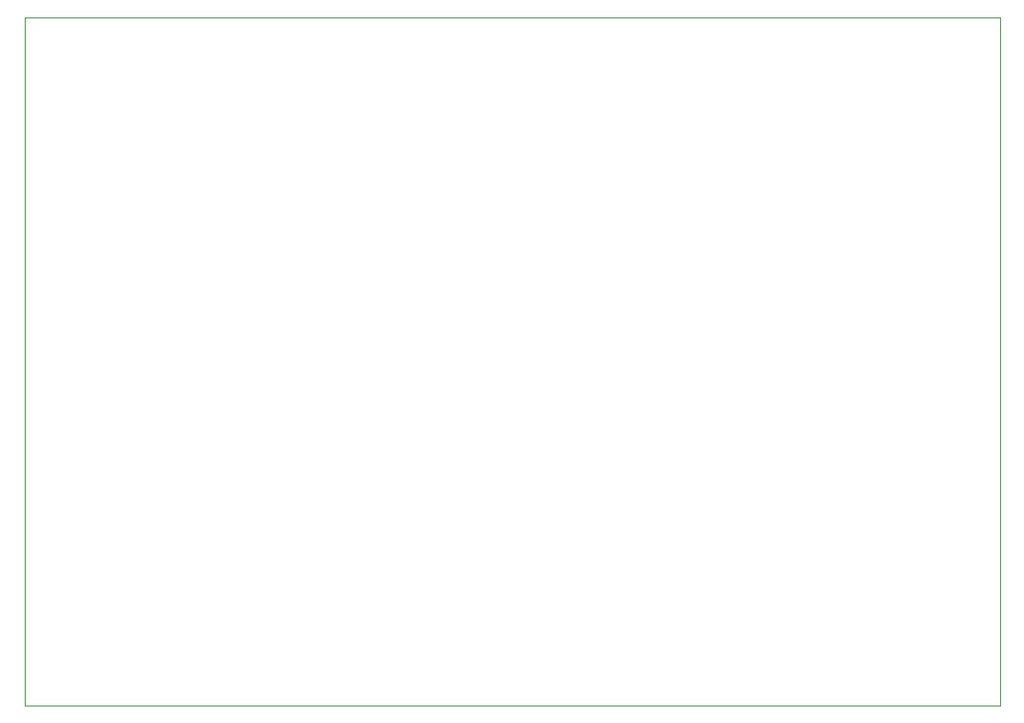
<source format=gbr>
G04*
G04 #@! TF.GenerationSoftware,Altium Limited,Altium Designer,23.1.1 (15)*
G04*
G04 Layer_Color=0*
%FSLAX25Y25*%
%MOIN*%
G70*
G04*
G04 #@! TF.SameCoordinates,577C2DE3-5836-4DB5-AD87-4C8AFCD19023*
G04*
G04*
G04 #@! TF.FilePolarity,Positive*
G04*
G01*
G75*
%ADD110C,0.00100*%
D110*
X25Y0D02*
Y250000D01*
X354356D01*
Y0D01*
X25D01*
M02*

</source>
